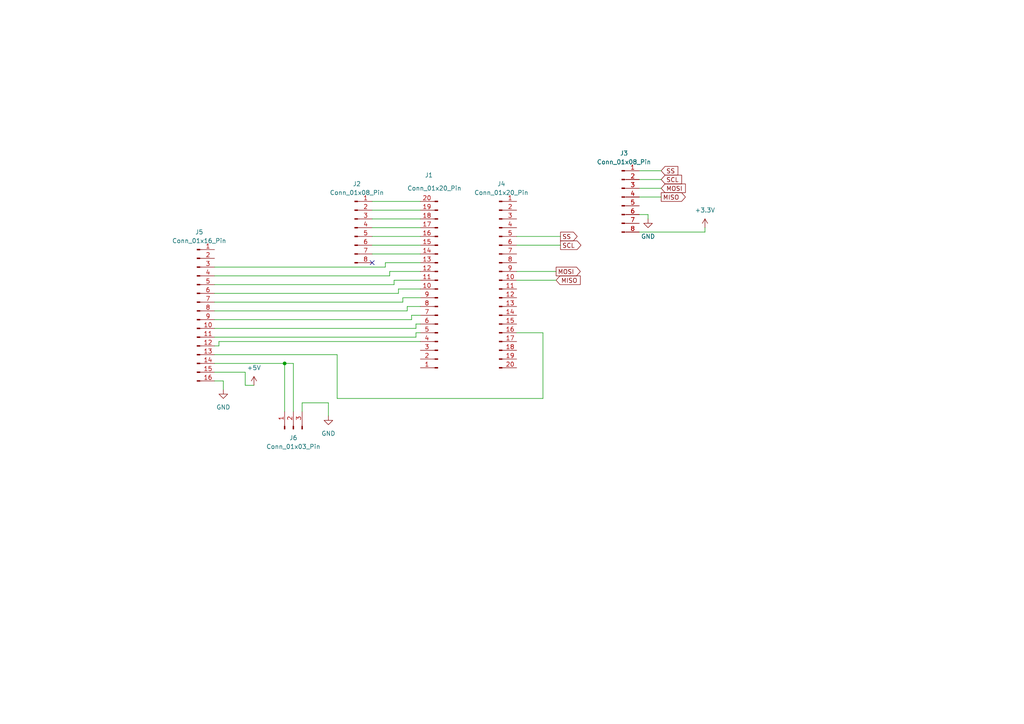
<source format=kicad_sch>
(kicad_sch (version 20230121) (generator eeschema)
  (paper "A4")
  (lib_symbols
    (symbol "Connector:Conn_01x03_Pin" (pin_names (offset 1.016) hide)
      (property "Reference" "J" (at 0 5.08 0))
      (property "Value" "Conn_01x03_Pin" (at 0 -5.08 0))
      (symbol "Conn_01x03_Pin_1_1"
        (polyline (pts (xy 1.27 -2.54) (xy 0.8636 -2.54)) (stroke (width 0.1524)))
        (polyline (pts (xy 1.27 0) (xy 0.8636 0)) (stroke (width 0.1524)))
        (polyline (pts (xy 1.27 2.54) (xy 0.8636 2.54)) (stroke (width 0.1524)))
        (rectangle (start 0.8636 -2.413) (end 0 -2.667) (stroke (width 0.1524)) (fill (type outline)))
        (rectangle (start 0.8636 0.127) (end 0 -0.127) (stroke (width 0.1524)) (fill (type outline)))
        (rectangle (start 0.8636 2.667) (end 0 2.413) (stroke (width 0.1524)) (fill (type outline)))
        (pin passive line (at 5.08 2.54 180) (length 3.81) (name "Pin_1") (number "1"))
        (pin passive line (at 5.08 0 180) (length 3.81) (name "Pin_2") (number "2"))
        (pin passive line (at 5.08 -2.54 180) (length 3.81) (name "Pin_3") (number "3"))
      )
    )
    (symbol "Connector:Conn_01x08_Pin" (pin_names (offset 1.016) hide)
      (property "Reference" "J" (at 0 10.16 0))
      (property "Value" "Conn_01x08_Pin" (at 0 -12.7 0))
      (symbol "Conn_01x08_Pin_1_1"
        (polyline (pts (xy 1.27 -10.16) (xy 0.8636 -10.16)) (stroke (width 0.1524)))
        (polyline (pts (xy 1.27 -7.62) (xy 0.8636 -7.62)) (stroke (width 0.1524)))
        (polyline (pts (xy 1.27 -5.08) (xy 0.8636 -5.08)) (stroke (width 0.1524)))
        (polyline (pts (xy 1.27 -2.54) (xy 0.8636 -2.54)) (stroke (width 0.1524)))
        (polyline (pts (xy 1.27 0) (xy 0.8636 0)) (stroke (width 0.1524)))
        (polyline (pts (xy 1.27 2.54) (xy 0.8636 2.54)) (stroke (width 0.1524)))
        (polyline (pts (xy 1.27 5.08) (xy 0.8636 5.08)) (stroke (width 0.1524)))
        (polyline (pts (xy 1.27 7.62) (xy 0.8636 7.62)) (stroke (width 0.1524)))
        (rectangle (start 0.8636 -10.033) (end 0 -10.287) (stroke (width 0.1524)) (fill (type outline)))
        (rectangle (start 0.8636 -7.493) (end 0 -7.747) (stroke (width 0.1524)) (fill (type outline)))
        (rectangle (start 0.8636 -4.953) (end 0 -5.207) (stroke (width 0.1524)) (fill (type outline)))
        (rectangle (start 0.8636 -2.413) (end 0 -2.667) (stroke (width 0.1524)) (fill (type outline)))
        (rectangle (start 0.8636 0.127) (end 0 -0.127) (stroke (width 0.1524)) (fill (type outline)))
        (rectangle (start 0.8636 2.667) (end 0 2.413) (stroke (width 0.1524)) (fill (type outline)))
        (rectangle (start 0.8636 5.207) (end 0 4.953) (stroke (width 0.1524)) (fill (type outline)))
        (rectangle (start 0.8636 7.747) (end 0 7.493) (stroke (width 0.1524)) (fill (type outline)))
        (pin passive line (at 5.08 7.62 180) (length 3.81) (name "Pin_1") (number "1"))
        (pin passive line (at 5.08 5.08 180) (length 3.81) (name "Pin_2") (number "2"))
        (pin passive line (at 5.08 2.54 180) (length 3.81) (name "Pin_3") (number "3"))
        (pin passive line (at 5.08 0 180) (length 3.81) (name "Pin_4") (number "4"))
        (pin passive line (at 5.08 -2.54 180) (length 3.81) (name "Pin_5") (number "5"))
        (pin passive line (at 5.08 -5.08 180) (length 3.81) (name "Pin_6") (number "6"))
        (pin passive line (at 5.08 -7.62 180) (length 3.81) (name "Pin_7") (number "7"))
        (pin passive line (at 5.08 -10.16 180) (length 3.81) (name "Pin_8") (number "8"))
      )
    )
    (symbol "Connector:Conn_01x16_Pin" (pin_names (offset 1.016) hide)
      (property "Reference" "J" (at 0 20.32 0))
      (property "Value" "Conn_01x16_Pin" (at 0 -22.86 0))
      (symbol "Conn_01x16_Pin_1_1"
        (polyline (pts (xy 1.27 -20.32) (xy 0.8636 -20.32)) (stroke (width 0.1524)))
        (polyline (pts (xy 1.27 -17.78) (xy 0.8636 -17.78)) (stroke (width 0.1524)))
        (polyline (pts (xy 1.27 -15.24) (xy 0.8636 -15.24)) (stroke (width 0.1524)))
        (polyline (pts (xy 1.27 -12.7) (xy 0.8636 -12.7)) (stroke (width 0.1524)))
        (polyline (pts (xy 1.27 -10.16) (xy 0.8636 -10.16)) (stroke (width 0.1524)))
        (polyline (pts (xy 1.27 -7.62) (xy 0.8636 -7.62)) (stroke (width 0.1524)))
        (polyline (pts (xy 1.27 -5.08) (xy 0.8636 -5.08)) (stroke (width 0.1524)))
        (polyline (pts (xy 1.27 -2.54) (xy 0.8636 -2.54)) (stroke (width 0.1524)))
        (polyline (pts (xy 1.27 0) (xy 0.8636 0)) (stroke (width 0.1524)))
        (polyline (pts (xy 1.27 2.54) (xy 0.8636 2.54)) (stroke (width 0.1524)))
        (polyline (pts (xy 1.27 5.08) (xy 0.8636 5.08)) (stroke (width 0.1524)))
        (polyline (pts (xy 1.27 7.62) (xy 0.8636 7.62)) (stroke (width 0.1524)))
        (polyline (pts (xy 1.27 10.16) (xy 0.8636 10.16)) (stroke (width 0.1524)))
        (polyline (pts (xy 1.27 12.7) (xy 0.8636 12.7)) (stroke (width 0.1524)))
        (polyline (pts (xy 1.27 15.24) (xy 0.8636 15.24)) (stroke (width 0.1524)))
        (polyline (pts (xy 1.27 17.78) (xy 0.8636 17.78)) (stroke (width 0.1524)))
        (rectangle (start 0.8636 -20.193) (end 0 -20.447) (stroke (width 0.1524)) (fill (type outline)))
        (rectangle (start 0.8636 -17.653) (end 0 -17.907) (stroke (width 0.1524)) (fill (type outline)))
        (rectangle (start 0.8636 -15.113) (end 0 -15.367) (stroke (width 0.1524)) (fill (type outline)))
        (rectangle (start 0.8636 -12.573) (end 0 -12.827) (stroke (width 0.1524)) (fill (type outline)))
        (rectangle (start 0.8636 -10.033) (end 0 -10.287) (stroke (width 0.1524)) (fill (type outline)))
        (rectangle (start 0.8636 -7.493) (end 0 -7.747) (stroke (width 0.1524)) (fill (type outline)))
        (rectangle (start 0.8636 -4.953) (end 0 -5.207) (stroke (width 0.1524)) (fill (type outline)))
        (rectangle (start 0.8636 -2.413) (end 0 -2.667) (stroke (width 0.1524)) (fill (type outline)))
        (rectangle (start 0.8636 0.127) (end 0 -0.127) (stroke (width 0.1524)) (fill (type outline)))
        (rectangle (start 0.8636 2.667) (end 0 2.413) (stroke (width 0.1524)) (fill (type outline)))
        (rectangle (start 0.8636 5.207) (end 0 4.953) (stroke (width 0.1524)) (fill (type outline)))
        (rectangle (start 0.8636 7.747) (end 0 7.493) (stroke (width 0.1524)) (fill (type outline)))
        (rectangle (start 0.8636 10.287) (end 0 10.033) (stroke (width 0.1524)) (fill (type outline)))
        (rectangle (start 0.8636 12.827) (end 0 12.573) (stroke (width 0.1524)) (fill (type outline)))
        (rectangle (start 0.8636 15.367) (end 0 15.113) (stroke (width 0.1524)) (fill (type outline)))
        (rectangle (start 0.8636 17.907) (end 0 17.653) (stroke (width 0.1524)) (fill (type outline)))
        (pin passive line (at 5.08 17.78 180) (length 3.81) (name "Pin_1") (number "1"))
        (pin passive line (at 5.08 -5.08 180) (length 3.81) (name "Pin_10") (number "10"))
        (pin passive line (at 5.08 -7.62 180) (length 3.81) (name "Pin_11") (number "11"))
        (pin passive line (at 5.08 -10.16 180) (length 3.81) (name "Pin_12") (number "12"))
        (pin passive line (at 5.08 -12.7 180) (length 3.81) (name "Pin_13") (number "13"))
        (pin passive line (at 5.08 -15.24 180) (length 3.81) (name "Pin_14") (number "14"))
        (pin passive line (at 5.08 -17.78 180) (length 3.81) (name "Pin_15") (number "15"))
        (pin passive line (at 5.08 -20.32 180) (length 3.81) (name "Pin_16") (number "16"))
        (pin passive line (at 5.08 15.24 180) (length 3.81) (name "Pin_2") (number "2"))
        (pin passive line (at 5.08 12.7 180) (length 3.81) (name "Pin_3") (number "3"))
        (pin passive line (at 5.08 10.16 180) (length 3.81) (name "Pin_4") (number "4"))
        (pin passive line (at 5.08 7.62 180) (length 3.81) (name "Pin_5") (number "5"))
        (pin passive line (at 5.08 5.08 180) (length 3.81) (name "Pin_6") (number "6"))
        (pin passive line (at 5.08 2.54 180) (length 3.81) (name "Pin_7") (number "7"))
        (pin passive line (at 5.08 0 180) (length 3.81) (name "Pin_8") (number "8"))
        (pin passive line (at 5.08 -2.54 180) (length 3.81) (name "Pin_9") (number "9"))
      )
    )
    (symbol "Connector:Conn_01x20_Pin" (pin_names (offset 1.016) hide)
      (property "Reference" "J" (at 0 25.4 0))
      (property "Value" "Conn_01x20_Pin" (at 0 -27.94 0))
      (symbol "Conn_01x20_Pin_1_1"
        (polyline (pts (xy 1.27 -25.4) (xy 0.8636 -25.4)) (stroke (width 0.1524)))
        (polyline (pts (xy 1.27 -22.86) (xy 0.8636 -22.86)) (stroke (width 0.1524)))
        (polyline (pts (xy 1.27 -20.32) (xy 0.8636 -20.32)) (stroke (width 0.1524)))
        (polyline (pts (xy 1.27 -17.78) (xy 0.8636 -17.78)) (stroke (width 0.1524)))
        (polyline (pts (xy 1.27 -15.24) (xy 0.8636 -15.24)) (stroke (width 0.1524)))
        (polyline (pts (xy 1.27 -12.7) (xy 0.8636 -12.7)) (stroke (width 0.1524)))
        (polyline (pts (xy 1.27 -10.16) (xy 0.8636 -10.16)) (stroke (width 0.1524)))
        (polyline (pts (xy 1.27 -7.62) (xy 0.8636 -7.62)) (stroke (width 0.1524)))
        (polyline (pts (xy 1.27 -5.08) (xy 0.8636 -5.08)) (stroke (width 0.1524)))
        (polyline (pts (xy 1.27 -2.54) (xy 0.8636 -2.54)) (stroke (width 0.1524)))
        (polyline (pts (xy 1.27 0) (xy 0.8636 0)) (stroke (width 0.1524)))
        (polyline (pts (xy 1.27 2.54) (xy 0.8636 2.54)) (stroke (width 0.1524)))
        (polyline (pts (xy 1.27 5.08) (xy 0.8636 5.08)) (stroke (width 0.1524)))
        (polyline (pts (xy 1.27 7.62) (xy 0.8636 7.62)) (stroke (width 0.1524)))
        (polyline (pts (xy 1.27 10.16) (xy 0.8636 10.16)) (stroke (width 0.1524)))
        (polyline (pts (xy 1.27 12.7) (xy 0.8636 12.7)) (stroke (width 0.1524)))
        (polyline (pts (xy 1.27 15.24) (xy 0.8636 15.24)) (stroke (width 0.1524)))
        (polyline (pts (xy 1.27 17.78) (xy 0.8636 17.78)) (stroke (width 0.1524)))
        (polyline (pts (xy 1.27 20.32) (xy 0.8636 20.32)) (stroke (width 0.1524)))
        (polyline (pts (xy 1.27 22.86) (xy 0.8636 22.86)) (stroke (width 0.1524)))
        (rectangle (start 0.8636 -25.273) (end 0 -25.527) (stroke (width 0.1524)) (fill (type outline)))
        (rectangle (start 0.8636 -22.733) (end 0 -22.987) (stroke (width 0.1524)) (fill (type outline)))
        (rectangle (start 0.8636 -20.193) (end 0 -20.447) (stroke (width 0.1524)) (fill (type outline)))
        (rectangle (start 0.8636 -17.653) (end 0 -17.907) (stroke (width 0.1524)) (fill (type outline)))
        (rectangle (start 0.8636 -15.113) (end 0 -15.367) (stroke (width 0.1524)) (fill (type outline)))
        (rectangle (start 0.8636 -12.573) (end 0 -12.827) (stroke (width 0.1524)) (fill (type outline)))
        (rectangle (start 0.8636 -10.033) (end 0 -10.287) (stroke (width 0.1524)) (fill (type outline)))
        (rectangle (start 0.8636 -7.493) (end 0 -7.747) (stroke (width 0.1524)) (fill (type outline)))
        (rectangle (start 0.8636 -4.953) (end 0 -5.207) (stroke (width 0.1524)) (fill (type outline)))
        (rectangle (start 0.8636 -2.413) (end 0 -2.667) (stroke (width 0.1524)) (fill (type outline)))
        (rectangle (start 0.8636 0.127) (end 0 -0.127) (stroke (width 0.1524)) (fill (type outline)))
        (rectangle (start 0.8636 2.667) (end 0 2.413) (stroke (width 0.1524)) (fill (type outline)))
        (rectangle (start 0.8636 5.207) (end 0 4.953) (stroke (width 0.1524)) (fill (type outline)))
        (rectangle (start 0.8636 7.747) (end 0 7.493) (stroke (width 0.1524)) (fill (type outline)))
        (rectangle (start 0.8636 10.287) (end 0 10.033) (stroke (width 0.1524)) (fill (type outline)))
        (rectangle (start 0.8636 12.827) (end 0 12.573) (stroke (width 0.1524)) (fill (type outline)))
        (rectangle (start 0.8636 15.367) (end 0 15.113) (stroke (width 0.1524)) (fill (type outline)))
        (rectangle (start 0.8636 17.907) (end 0 17.653) (stroke (width 0.1524)) (fill (type outline)))
        (rectangle (start 0.8636 20.447) (end 0 20.193) (stroke (width 0.1524)) (fill (type outline)))
        (rectangle (start 0.8636 22.987) (end 0 22.733) (stroke (width 0.1524)) (fill (type outline)))
        (pin passive line (at 5.08 22.86 180) (length 3.81) (name "Pin_1") (number "1"))
        (pin passive line (at 5.08 0 180) (length 3.81) (name "Pin_10") (number "10"))
        (pin passive line (at 5.08 -2.54 180) (length 3.81) (name "Pin_11") (number "11"))
        (pin passive line (at 5.08 -5.08 180) (length 3.81) (name "Pin_12") (number "12"))
        (pin passive line (at 5.08 -7.62 180) (length 3.81) (name "Pin_13") (number "13"))
        (pin passive line (at 5.08 -10.16 180) (length 3.81) (name "Pin_14") (number "14"))
        (pin passive line (at 5.08 -12.7 180) (length 3.81) (name "Pin_15") (number "15"))
        (pin passive line (at 5.08 -15.24 180) (length 3.81) (name "Pin_16") (number "16"))
        (pin passive line (at 5.08 -17.78 180) (length 3.81) (name "Pin_17") (number "17"))
        (pin passive line (at 5.08 -20.32 180) (length 3.81) (name "Pin_18") (number "18"))
        (pin passive line (at 5.08 -22.86 180) (length 3.81) (name "Pin_19") (number "19"))
        (pin passive line (at 5.08 20.32 180) (length 3.81) (name "Pin_2") (number "2"))
        (pin passive line (at 5.08 -25.4 180) (length 3.81) (name "Pin_20") (number "20"))
        (pin passive line (at 5.08 17.78 180) (length 3.81) (name "Pin_3") (number "3"))
        (pin passive line (at 5.08 15.24 180) (length 3.81) (name "Pin_4") (number "4"))
        (pin passive line (at 5.08 12.7 180) (length 3.81) (name "Pin_5") (number "5"))
        (pin passive line (at 5.08 10.16 180) (length 3.81) (name "Pin_6") (number "6"))
        (pin passive line (at 5.08 7.62 180) (length 3.81) (name "Pin_7") (number "7"))
        (pin passive line (at 5.08 5.08 180) (length 3.81) (name "Pin_8") (number "8"))
        (pin passive line (at 5.08 2.54 180) (length 3.81) (name "Pin_9") (number "9"))
      )
    )
    (symbol "power:+3.3V" (power) (pin_names (offset 0))
      (property "Value" "+3.3V" (at 0 3.556 0))
      (symbol "+3.3V_0_1"
        (polyline (pts (xy -0.762 1.27) (xy 0 2.54)))
        (polyline (pts (xy 0 0) (xy 0 2.54)))
        (polyline (pts (xy 0 2.54) (xy 0.762 1.27)))
      )
      (symbol "+3.3V_1_1"
        (pin power_in line (at 0 0 90) (length 0) hide (name "+3.3V") (number "1"))
      )
    )
    (symbol "power:+5V" (power) (pin_names (offset 0))
      (property "Value" "+5V" (at 0 3.556 0))
      (symbol "+5V_0_1"
        (polyline (pts (xy -0.762 1.27) (xy 0 2.54)))
        (polyline (pts (xy 0 0) (xy 0 2.54)))
        (polyline (pts (xy 0 2.54) (xy 0.762 1.27)))
      )
      (symbol "+5V_1_1"
        (pin power_in line (at 0 0 90) (length 0) hide (name "+5V") (number "1"))
      )
    )
    (symbol "power:GND" (power) (pin_names (offset 0))
      (property "Value" "GND" (at 0 -3.81 0))
      (symbol "GND_0_1"
        (polyline (pts (xy 0 0) (xy 0 -1.27) (xy 1.27 -1.27) (xy 0 -2.54) (xy -1.27 -1.27) (xy 0 -1.27)))
      )
      (symbol "GND_1_1"
        (pin power_in line (at 0 0 270) (length 0) hide (name "GND") (number "1"))
      )
    )
  )
  (junction (at 82.55 105.41))
  (no_connect (at 107.95 76.2))
  (wire (pts (xy 62.23 92.71) (xy 119.38 92.71)))
  (wire (pts (xy 71.12 111.76) (xy 71.12 107.95)))
  (wire (pts (xy 185.42 62.23) (xy 187.96 62.23)))
  (wire (pts (xy 116.84 86.36) (xy 121.92 86.36)))
  (wire (pts (xy 107.95 63.5) (xy 121.92 63.5)))
  (wire (pts (xy 71.12 107.95) (xy 62.23 107.95)))
  (wire (pts (xy 113.03 78.74) (xy 121.92 78.74)))
  (wire (pts (xy 118.11 90.17) (xy 118.11 88.9)))
  (wire (pts (xy 114.3 82.55) (xy 114.3 81.28)))
  (wire (pts (xy 97.79 115.57) (xy 157.48 115.57)))
  (wire (pts (xy 120.65 97.79) (xy 120.65 96.52)))
  (wire (pts (xy 120.65 93.98) (xy 121.92 93.98)))
  (wire (pts (xy 157.48 115.57) (xy 157.48 96.52)))
  (wire (pts (xy 107.95 71.12) (xy 121.92 71.12)))
  (wire (pts (xy 115.57 85.09) (xy 115.57 83.82)))
  (wire (pts (xy 85.09 119.38) (xy 85.09 105.41)))
  (wire (pts (xy 107.95 58.42) (xy 121.92 58.42)))
  (wire (pts (xy 119.38 92.71) (xy 119.38 91.44)))
  (wire (pts (xy 62.23 85.09) (xy 115.57 85.09)))
  (wire (pts (xy 116.84 87.63) (xy 116.84 86.36)))
  (wire (pts (xy 71.12 111.76) (xy 73.66 111.76)))
  (wire (pts (xy 82.55 105.41) (xy 82.55 119.38)))
  (wire (pts (xy 62.23 95.25) (xy 120.65 95.25)))
  (wire (pts (xy 120.65 95.25) (xy 120.65 93.98)))
  (wire (pts (xy 87.63 119.38) (xy 87.63 116.84)))
  (wire (pts (xy 185.42 49.53) (xy 191.77 49.53)))
  (wire (pts (xy 118.11 88.9) (xy 121.92 88.9)))
  (wire (pts (xy 111.76 76.2) (xy 121.92 76.2)))
  (wire (pts (xy 87.63 116.84) (xy 95.25 116.84)))
  (wire (pts (xy 149.86 68.58) (xy 162.56 68.58)))
  (wire (pts (xy 63.5 99.06) (xy 63.5 100.33)))
  (wire (pts (xy 204.47 67.31) (xy 204.47 66.04)))
  (wire (pts (xy 62.23 80.01) (xy 113.03 80.01)))
  (wire (pts (xy 185.42 67.31) (xy 204.47 67.31)))
  (wire (pts (xy 185.42 52.07) (xy 191.77 52.07)))
  (wire (pts (xy 107.95 60.96) (xy 121.92 60.96)))
  (wire (pts (xy 107.95 73.66) (xy 121.92 73.66)))
  (wire (pts (xy 149.86 81.28) (xy 161.29 81.28)))
  (wire (pts (xy 113.03 80.01) (xy 113.03 78.74)))
  (wire (pts (xy 62.23 87.63) (xy 116.84 87.63)))
  (wire (pts (xy 62.23 77.47) (xy 111.76 77.47)))
  (wire (pts (xy 149.86 78.74) (xy 161.29 78.74)))
  (wire (pts (xy 114.3 81.28) (xy 121.92 81.28)))
  (wire (pts (xy 97.79 102.87) (xy 97.79 115.57)))
  (wire (pts (xy 62.23 82.55) (xy 114.3 82.55)))
  (wire (pts (xy 120.65 96.52) (xy 121.92 96.52)))
  (wire (pts (xy 107.95 66.04) (xy 121.92 66.04)))
  (wire (pts (xy 119.38 91.44) (xy 121.92 91.44)))
  (wire (pts (xy 185.42 57.15) (xy 191.77 57.15)))
  (wire (pts (xy 82.55 105.41) (xy 85.09 105.41)))
  (wire (pts (xy 63.5 100.33) (xy 62.23 100.33)))
  (wire (pts (xy 62.23 105.41) (xy 82.55 105.41)))
  (wire (pts (xy 62.23 97.79) (xy 120.65 97.79)))
  (wire (pts (xy 62.23 90.17) (xy 118.11 90.17)))
  (wire (pts (xy 111.76 77.47) (xy 111.76 76.2)))
  (wire (pts (xy 64.77 110.49) (xy 64.77 113.03)))
  (wire (pts (xy 185.42 54.61) (xy 191.77 54.61)))
  (wire (pts (xy 157.48 96.52) (xy 149.86 96.52)))
  (wire (pts (xy 62.23 102.87) (xy 97.79 102.87)))
  (wire (pts (xy 121.92 99.06) (xy 63.5 99.06)))
  (wire (pts (xy 107.95 68.58) (xy 121.92 68.58)))
  (wire (pts (xy 187.96 62.23) (xy 187.96 63.5)))
  (wire (pts (xy 149.86 71.12) (xy 162.56 71.12)))
  (wire (pts (xy 115.57 83.82) (xy 121.92 83.82)))
  (wire (pts (xy 95.25 116.84) (xy 95.25 120.65)))
  (wire (pts (xy 62.23 110.49) (xy 64.77 110.49)))
  (global_label "SS" (shape output) (at 162.56 68.58 0) (property "Intersheetrefs" "${INTERSHEET_REFS}" (effects hide)))
  (global_label "SCL" (shape output) (at 162.56 71.12 0) (property "Intersheetrefs" "${INTERSHEET_REFS}" (effects hide)))
  (global_label "SCL" (shape input) (at 191.77 52.07 0) (property "Intersheetrefs" "${INTERSHEET_REFS}" (effects hide)))
  (global_label "MISO" (shape input) (at 161.29 81.28 0) (property "Intersheetrefs" "${INTERSHEET_REFS}" (effects hide)))
  (global_label "SS" (shape input) (at 191.77 49.53 0) (property "Intersheetrefs" "${INTERSHEET_REFS}" (effects hide)))
  (global_label "MISO" (shape output) (at 191.77 57.15 0) (property "Intersheetrefs" "${INTERSHEET_REFS}" (effects hide)))
  (global_label "MOSI" (shape output) (at 161.29 78.74 0) (property "Intersheetrefs" "${INTERSHEET_REFS}" (effects hide)))
  (global_label "MOSI" (shape input) (at 191.77 54.61 0) (property "Intersheetrefs" "${INTERSHEET_REFS}" (effects hide)))
  (symbol (lib_id "Connector:Conn_01x16_Pin") (at 57.15 90.17 0) (unit 1)
    (property "Reference" "J5" (at 57.785 67.31 0))
    (property "Value" "Conn_01x16_Pin" (at 57.785 69.85 0))
  )
  (symbol (lib_id "power:GND") (at 95.25 120.65 0) (unit 1)
    (property "Reference" "#PWR05" (effects hide))
    (property "Value" "GND" (at 95.25 125.73 0))
  )
  (symbol (lib_id "power:+5V") (at 73.66 111.76 0) (unit 1)
    (property "Reference" "#PWR03" (effects hide))
    (property "Value" "+5V" (at 73.66 106.68 0))
  )
  (symbol (lib_id "power:GND") (at 64.77 113.03 0) (unit 1)
    (property "Reference" "#PWR04" (effects hide))
    (property "Value" "GND" (at 64.77 118.11 0))
  )
  (symbol (lib_id "Connector:Conn_01x20_Pin") (at 127 83.82 180) (unit 1)
    (property "Reference" "J1" (at 123.19 50.8 0) (effects (justify right)))
    (property "Value" "Conn_01x20_Pin" (at 118.11 54.61 0) (effects (justify right)))
  )
  (symbol (lib_id "power:GND") (at 187.96 63.5 0) (unit 1)
    (property "Reference" "#PWR01" (effects hide))
    (property "Value" "GND" (at 187.96 68.58 0))
  )
  (symbol (lib_id "Connector:Conn_01x08_Pin") (at 102.87 66.04 0) (unit 1)
    (property "Reference" "J2" (at 103.505 53.34 0))
    (property "Value" "Conn_01x08_Pin" (at 103.505 55.88 0))
  )
  (symbol (lib_id "Connector:Conn_01x03_Pin") (at 85.09 124.46 90) (unit 1)
    (property "Reference" "J6" (at 85.09 127 90))
    (property "Value" "Conn_01x03_Pin" (at 85.09 129.54 90))
  )
  (symbol (lib_id "Connector:Conn_01x08_Pin") (at 180.34 57.15 0) (unit 1)
    (property "Reference" "J3" (at 180.975 44.45 0))
    (property "Value" "Conn_01x08_Pin" (at 180.975 46.99 0))
  )
  (symbol (lib_id "power:+3.3V") (at 204.47 66.04 0) (unit 1)
    (property "Reference" "#PWR02" (effects hide))
    (property "Value" "+3.3V" (at 204.47 60.96 0))
  )
  (symbol (lib_id "Connector:Conn_01x20_Pin") (at 144.78 81.28 0) (unit 1)
    (property "Reference" "J4" (at 145.415 53.34 0))
    (property "Value" "Conn_01x20_Pin" (at 145.415 55.88 0))
  )
)
</source>
